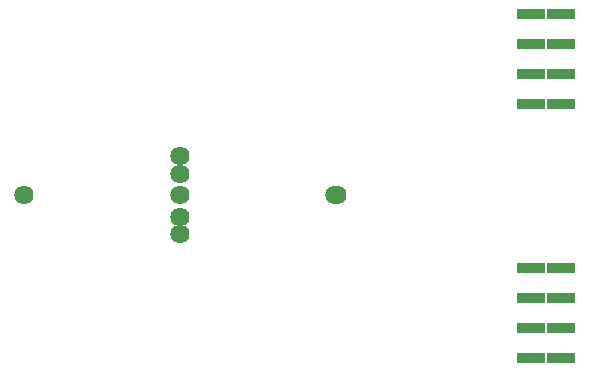
<source format=gbs>
G04*
G04 #@! TF.GenerationSoftware,Altium Limited,Altium Designer,18.1.7 (191)*
G04*
G04 Layer_Color=16711935*
%FSLAX44Y44*%
%MOMM*%
G71*
G01*
G75*
%ADD14C,1.6256*%
%ADD15R,2.4932X0.9632*%
D14*
X-132000Y0D02*
D03*
X0D02*
D03*
X131500Y-0D02*
D03*
X0Y-33000D02*
D03*
Y-18000D02*
D03*
Y18000D02*
D03*
Y33000D02*
D03*
X133000Y0D02*
D03*
D15*
X297300Y153100D02*
D03*
X322700D02*
D03*
X297300Y127700D02*
D03*
X322700D02*
D03*
X297300Y102300D02*
D03*
X322700D02*
D03*
X297300Y76900D02*
D03*
X322700D02*
D03*
X297300Y-61900D02*
D03*
X322700D02*
D03*
X297300Y-87300D02*
D03*
X322700D02*
D03*
X297300Y-112700D02*
D03*
X322700D02*
D03*
X297300Y-138100D02*
D03*
X322700D02*
D03*
M02*

</source>
